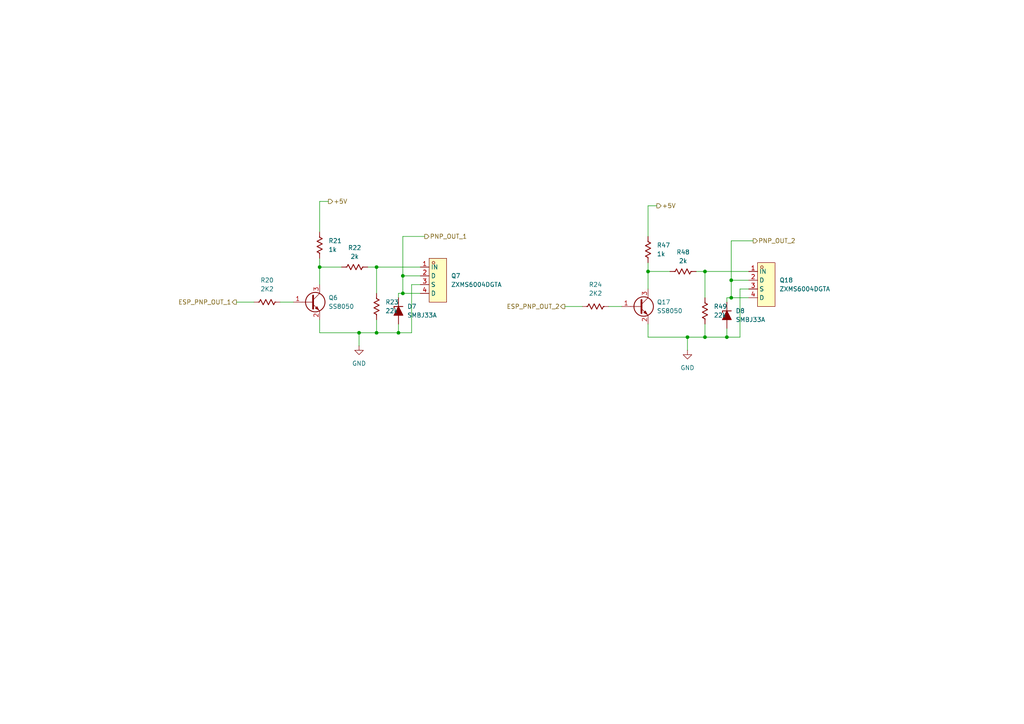
<source format=kicad_sch>
(kicad_sch (version 20250114) (generator "eeschema") (generator_version "9.0")
  (paper "A4")
  (lib_symbols
    (symbol "Fuse_Holder:ZXMS6004DGTA"
      (property "Reference" "Q" (at 0 8.89 0))
      (property "Value" "ZXMS6004DGTA" (at 0 -8.89 0))
      (symbol "ZXMS6004DGTA_0_1"
        (rectangle (start -2.54 6.35) (end 2.54 -6.35) (fill (type background)))
        (circle (center -1.27 5.08) (radius 0.38))
        (pin unspecified line (at -5.08 3.81 0) (length 2.54) (name "IN") (number "1"))
        (pin unspecified line (at -5.08 1.27 0) (length 2.54) (name "D") (number "2"))
        (pin unspecified line (at -5.08 -1.27 0) (length 2.54) (name "S") (number "3"))
        (pin unspecified line (at -5.08 -3.81 0) (length 2.54) (name "D") (number "4"))
      )
    )
    (symbol "PCM_Diode_TVS_AKL:SMBJ33A" (pin_numbers (hide yes)) (pin_names (offset 1.016) (hide yes))
      (property "Reference" "D" (at 0 5.08 0))
      (property "Value" "SMBJ33A" (at 0 2.54 0))
      (symbol "SMBJ33A_0_1"
        (polyline (pts (xy -1.27 1.27) (xy -1.27 -1.27) (xy 1.27 0) (xy -1.27 1.27)) (stroke (width 0.254)) (fill (type outline)))
        (polyline (pts (xy -1.27 0) (xy 1.27 0)))
        (polyline (pts (xy 1.27 1.27) (xy 0.762 1.27)) (stroke (width 0.254)))
        (polyline (pts (xy 1.27 -1.27) (xy 1.27 1.27)) (stroke (width 0.254)))
      )
      (symbol "SMBJ33A_0_2"
        (polyline (pts (xy -2.54 -2.54) (xy 2.54 2.54)))
        (polyline (pts (xy -0.889 -0.889) (xy -1.778 0) (xy 0.889 0.889) (xy 0 -1.778) (xy -0.889 -0.889)) (stroke (width 0.254)) (fill (type outline)))
        (polyline (pts (xy 0 1.778) (xy -0.381 1.397)) (stroke (width 0.254)))
        (polyline (pts (xy 0 1.778) (xy 1.778 0)) (stroke (width 0.254)))
      )
      (symbol "SMBJ33A_1_1"
        (pin passive line (at -3.81 0 0) (length 2.54) (name "A") (number "2"))
        (pin passive line (at 3.81 0 180) (length 2.54) (name "K") (number "1"))
      )
      (symbol "SMBJ33A_1_2"
        (pin passive line (at -2.54 -2.54 0) (length 0) (name "A") (number "2"))
        (pin passive line (at 2.54 2.54 180) (length 0) (name "K") (number "1"))
      )
    )
    (symbol "PCM_Resistor_US_AKL:R_0603" (pin_numbers (hide yes)) (pin_names (offset 0))
      (property "Reference" "R" (at 2.54 1.27 0))
      (property "Value" "R_0603" (at 2.54 -1.27 0))
      (symbol "R_0603_0_1"
        (polyline (pts (xy 0 2.286) (xy 0 2.54)) (stroke (width 0.254)))
        (polyline (pts (xy 0 2.286) (xy 0.762 1.905) (xy -0.762 1.143) (xy 0 0.762) (xy 0.762 0.381) (xy 0 0) (xy -0.762 -0.381) (xy 0 -0.762) (xy 0.762 -1.143) (xy 0 -1.524) (xy -0.762 -1.905) (xy 0 -2.286)) (stroke (width 0.254)))
        (polyline (pts (xy 0 -2.286) (xy 0 -2.54)) (stroke (width 0.254)))
      )
      (symbol "R_0603_0_2"
        (polyline (pts (xy -2.54 -2.54) (xy -1.778 -1.778)))
        (polyline (pts (xy -1.778 -1.778) (xy -1.524 -1.524)) (stroke (width 0.254)))
        (polyline (pts (xy -1.524 -1.524) (xy -1.778 -0.762) (xy -1.016 -1.016)) (stroke (width 0.254)))
        (polyline (pts (xy -0.508 -0.508) (xy -0.762 0.254) (xy 0 0)) (stroke (width 0.254)))
        (polyline (pts (xy -0.508 -0.508) (xy -0.254 -1.27) (xy -1.016 -1.016)) (stroke (width 0.254)))
        (polyline (pts (xy 0.508 0.508) (xy 0.254 1.27) (xy 1.016 1.016)) (stroke (width 0.254)))
        (polyline (pts (xy 0.508 0.508) (xy 0.762 -0.254) (xy 0 0)) (stroke (width 0.254)))
        (polyline (pts (xy 1.524 1.524) (xy 1.778 0.762) (xy 1.016 1.016)) (stroke (width 0.254)))
        (polyline (pts (xy 1.778 1.778) (xy 1.524 1.524)) (stroke (width 0.254)))
        (polyline (pts (xy 1.778 1.778) (xy 2.54 2.54)))
      )
      (symbol "R_0603_1_1"
        (pin passive line (at 0 3.81 270) (length 1.27) (name "~") (number "1"))
        (pin passive line (at 0 -3.81 90) (length 1.27) (name "~") (number "2"))
      )
      (symbol "R_0603_1_2"
        (pin passive line (at -2.54 -2.54 0) (length 0) (name "") (number "2"))
        (pin passive line (at 2.54 2.54 180) (length 0) (name "") (number "1"))
      )
    )
    (symbol "Transistor_BJT:SS8050" (pin_names (offset 0) (hide yes))
      (property "Reference" "Q" (at 5.08 1.905 0))
      (property "Value" "SS8050" (at 5.08 0 0))
      (symbol "SS8050_0_1"
        (polyline (pts (xy -2.54 0) (xy 0.635 0)))
        (polyline (pts (xy 0.635 1.905) (xy 0.635 -1.905)) (stroke (width 0.508)))
        (circle (center 1.27 0) (radius 2.8194) (stroke (width 0.254)))
      )
      (symbol "SS8050_1_1"
        (polyline (pts (xy 0.635 0.635) (xy 2.54 2.54)))
        (polyline (pts (xy 0.635 -0.635) (xy 2.54 -2.54)))
        (polyline (pts (xy 1.27 -1.778) (xy 1.778 -1.27) (xy 2.286 -2.286) (xy 1.27 -1.778)) (fill (type outline)))
        (pin input line (at -5.08 0 0) (length 2.54) (name "B") (number "1"))
        (pin passive line (at 2.54 5.08 270) (length 2.54) (name "C") (number "3"))
        (pin passive line (at 2.54 -5.08 90) (length 2.54) (name "E") (number "2"))
      )
    )
    (symbol "power:GND" (power) (pin_numbers (hide yes)) (pin_names (offset 0) (hide yes))
      (property "Value" "GND" (at 0 -3.81 0))
      (symbol "GND_0_1"
        (polyline (pts (xy 0 0) (xy 0 -1.27) (xy 1.27 -1.27) (xy 0 -2.54) (xy -1.27 -1.27) (xy 0 -1.27)))
      )
      (symbol "GND_1_1"
        (pin power_in line (at 0 0 270) (length 0) (name "~") (number "1"))
      )
    )
  )
  (junction (at 92.71 77.47))
  (junction (at 109.22 77.47))
  (junction (at 187.96 78.74))
  (junction (at 116.84 80.01))
  (junction (at 212.09 86.36))
  (junction (at 204.47 78.74))
  (junction (at 115.57 96.52))
  (junction (at 116.84 85.09))
  (junction (at 212.09 81.28))
  (junction (at 199.39 97.79))
  (junction (at 104.14 96.52))
  (junction (at 109.22 96.52))
  (junction (at 210.82 97.79))
  (junction (at 204.47 97.79))
  (wire (pts (xy 199.39 97.79) (xy 204.47 97.79)))
  (wire (pts (xy 115.57 93.98) (xy 115.57 96.52)))
  (wire (pts (xy 116.84 85.09) (xy 116.84 80.01)))
  (wire (pts (xy 92.71 92.71) (xy 92.71 96.52)))
  (wire (pts (xy 212.09 86.36) (xy 212.09 81.28)))
  (wire (pts (xy 116.84 80.01) (xy 121.92 80.01)))
  (wire (pts (xy 214.63 83.82) (xy 214.63 97.79)))
  (wire (pts (xy 210.82 87.63) (xy 210.82 86.36)))
  (wire (pts (xy 109.22 77.47) (xy 109.22 85.09)))
  (wire (pts (xy 104.14 96.52) (xy 109.22 96.52)))
  (wire (pts (xy 187.96 76.2) (xy 187.96 78.74)))
  (wire (pts (xy 92.71 96.52) (xy 104.14 96.52)))
  (wire (pts (xy 217.17 83.82) (xy 214.63 83.82)))
  (wire (pts (xy 92.71 74.93) (xy 92.71 77.47)))
  (wire (pts (xy 121.92 82.55) (xy 119.38 82.55)))
  (wire (pts (xy 217.17 86.36) (xy 212.09 86.36)))
  (wire (pts (xy 109.22 92.71) (xy 109.22 96.52)))
  (wire (pts (xy 204.47 78.74) (xy 217.17 78.74)))
  (wire (pts (xy 119.38 82.55) (xy 119.38 96.52)))
  (wire (pts (xy 187.96 97.79) (xy 199.39 97.79)))
  (wire (pts (xy 210.82 86.36) (xy 212.09 86.36)))
  (wire (pts (xy 92.71 58.42) (xy 92.71 67.31)))
  (wire (pts (xy 218.44 69.85) (xy 212.09 69.85)))
  (wire (pts (xy 199.39 97.79) (xy 199.39 101.6)))
  (wire (pts (xy 163.83 88.9) (xy 168.91 88.9)))
  (wire (pts (xy 187.96 59.69) (xy 190.5 59.69)))
  (wire (pts (xy 81.28 87.63) (xy 85.09 87.63)))
  (wire (pts (xy 214.63 97.79) (xy 210.82 97.79)))
  (wire (pts (xy 212.09 69.85) (xy 212.09 81.28)))
  (wire (pts (xy 116.84 68.58) (xy 116.84 80.01)))
  (wire (pts (xy 187.96 78.74) (xy 194.31 78.74)))
  (wire (pts (xy 204.47 93.98) (xy 204.47 97.79)))
  (wire (pts (xy 68.58 87.63) (xy 73.66 87.63)))
  (wire (pts (xy 104.14 96.52) (xy 104.14 100.33)))
  (wire (pts (xy 123.19 68.58) (xy 116.84 68.58)))
  (wire (pts (xy 187.96 78.74) (xy 187.96 83.82)))
  (wire (pts (xy 187.96 59.69) (xy 187.96 68.58)))
  (wire (pts (xy 204.47 78.74) (xy 204.47 86.36)))
  (wire (pts (xy 204.47 97.79) (xy 210.82 97.79)))
  (wire (pts (xy 121.92 85.09) (xy 116.84 85.09)))
  (wire (pts (xy 212.09 81.28) (xy 217.17 81.28)))
  (wire (pts (xy 92.71 58.42) (xy 95.25 58.42)))
  (wire (pts (xy 115.57 85.09) (xy 116.84 85.09)))
  (wire (pts (xy 109.22 96.52) (xy 115.57 96.52)))
  (wire (pts (xy 109.22 77.47) (xy 121.92 77.47)))
  (wire (pts (xy 187.96 93.98) (xy 187.96 97.79)))
  (wire (pts (xy 115.57 86.36) (xy 115.57 85.09)))
  (wire (pts (xy 106.68 77.47) (xy 109.22 77.47)))
  (wire (pts (xy 210.82 95.25) (xy 210.82 97.79)))
  (wire (pts (xy 92.71 77.47) (xy 92.71 82.55)))
  (wire (pts (xy 176.53 88.9) (xy 180.34 88.9)))
  (wire (pts (xy 119.38 96.52) (xy 115.57 96.52)))
  (wire (pts (xy 92.71 77.47) (xy 99.06 77.47)))
  (wire (pts (xy 201.93 78.74) (xy 204.47 78.74)))
  (hierarchical_label "PNP_OUT_2" (shape output) (at 218.44 69.85 0))
  (hierarchical_label "ESP_PNP_OUT_2" (shape output) (at 163.83 88.9 180))
  (hierarchical_label "+5V" (shape output) (at 95.25 58.42 0))
  (hierarchical_label "+5V" (shape output) (at 190.5 59.69 0))
  (hierarchical_label "PNP_OUT_1" (shape output) (at 123.19 68.58 0))
  (hierarchical_label "ESP_PNP_OUT_1" (shape output) (at 68.58 87.63 180))
  (symbol (lib_id "PCM_Resistor_US_AKL:R_0603") (at 204.47 90.17 180) (unit 1)
    (property "Reference" "R49" (at 207.01 88.8999 0) (effects (justify right)))
    (property "Value" "22k" (at 207.01 91.4399 0) (effects (justify right)))
    (property "Footprint" "PCM_Resistor_SMD_AKL:R_0603_1608Metric" (effects (hide yes)))
    (property "Description" "SMD 0603 Chip Resistor, US Symbol, Alternate KiCad Library" (effects (hide yes)))
  )
  (symbol (lib_id "Fuse_Holder:ZXMS6004DGTA") (at 127 81.28 0) (unit 1)
    (property "Reference" "Q7" (at 130.81 80.0099 0) (effects (justify left)))
    (property "Value" "ZXMS6004DGTA" (at 130.81 82.5499 0) (effects (justify left)))
    (property "Footprint" "Fuse_Holder:SOT-223-3_L6.5-W3.4-P2.30-LS7.0-BR" (effects (hide yes)))
    (property "Datasheet" "https://lcsc.com/product-detail/MOSFET_Diodes-Incorporated_ZXMS6004DGTA_Diodes-Incorporated-ZXMS6004DGTA_C211386.html" (effects (hide yes)))
    (property "LCSC Part" "C211386" (effects (hide yes)))
  )
  (symbol (lib_id "PCM_Diode_TVS_AKL:SMBJ33A") (at 115.57 90.17 90) (unit 1)
    (property "Reference" "D7" (at 118.11 88.8999 90) (effects (justify right)))
    (property "Value" "SMBJ33A" (at 118.11 91.4399 90) (effects (justify right)))
    (property "Footprint" "PCM_Diode_SMD_AKL:D_SMB" (effects (hide yes)))
    (property "Datasheet" "https://www.tme.eu/Document/0b6222bec7e12d83185b51d73cb6a54d/SMBJ_ser.pdf" (effects (hide yes)))
    (property "Description" "SMB Unidirectional TVS diode, 33V, 600W, Alternate KiCAD Library" (effects (hide yes)))
  )
  (symbol (lib_id "PCM_Resistor_US_AKL:R_0603") (at 102.87 77.47 90) (unit 1)
    (property "Reference" "R22" (at 102.87 71.8641 90))
    (property "Value" "2k" (at 102.87 74.4041 90))
    (property "Footprint" "PCM_Resistor_SMD_AKL:R_0603_1608Metric" (effects (hide yes)))
    (property "Description" "SMD 0603 Chip Resistor, US Symbol, Alternate KiCad Library" (effects (hide yes)))
  )
  (symbol (lib_id "PCM_Resistor_US_AKL:R_0603") (at 92.71 71.12 0) (unit 1)
    (property "Reference" "R21" (at 95.25 69.8499 0) (effects (justify left)))
    (property "Value" "1k" (at 95.25 72.3899 0) (effects (justify left)))
    (property "Footprint" "PCM_Resistor_SMD_AKL:R_0603_1608Metric" (effects (hide yes)))
    (property "Description" "SMD 0603 Chip Resistor, US Symbol, Alternate KiCad Library" (effects (hide yes)))
  )
  (symbol (lib_id "Fuse_Holder:ZXMS6004DGTA") (at 222.25 82.55 0) (unit 1)
    (property "Reference" "Q18" (at 226.06 81.2799 0) (effects (justify left)))
    (property "Value" "ZXMS6004DGTA" (at 226.06 83.8199 0) (effects (justify left)))
    (property "Footprint" "Fuse_Holder:SOT-223-3_L6.5-W3.4-P2.30-LS7.0-BR" (effects (hide yes)))
    (property "Datasheet" "https://lcsc.com/product-detail/MOSFET_Diodes-Incorporated_ZXMS6004DGTA_Diodes-Incorporated-ZXMS6004DGTA_C211386.html" (effects (hide yes)))
    (property "LCSC Part" "C211386" (effects (hide yes)))
  )
  (symbol (lib_id "Transistor_BJT:SS8050") (at 185.42 88.9 0) (unit 1)
    (property "Reference" "Q17" (at 190.5 87.6299 0) (effects (justify left)))
    (property "Value" "SS8050" (at 190.5 90.1699 0) (effects (justify left)))
    (property "Footprint" "Package_TO_SOT_SMD:SOT-23" (effects (hide yes)))
    (property "Datasheet" "http://www.secosgmbh.com/datasheet/products/SSMPTransistor/SOT-23/SS8050.pdf" (effects (hide yes)))
    (property "Description" "General Purpose NPN Transistor, 1.5A Ic, 25V Vce, SOT-23" (effects (hide yes)))
  )
  (symbol (lib_id "PCM_Resistor_US_AKL:R_0603") (at 109.22 88.9 180) (unit 1)
    (property "Reference" "R23" (at 111.76 87.6299 0) (effects (justify right)))
    (property "Value" "22k" (at 111.76 90.1699 0) (effects (justify right)))
    (property "Footprint" "PCM_Resistor_SMD_AKL:R_0603_1608Metric" (effects (hide yes)))
    (property "Description" "SMD 0603 Chip Resistor, US Symbol, Alternate KiCad Library" (effects (hide yes)))
  )
  (symbol (lib_id "PCM_Resistor_US_AKL:R_0603") (at 187.96 72.39 0) (unit 1)
    (property "Reference" "R47" (at 190.5 71.1199 0) (effects (justify left)))
    (property "Value" "1k" (at 190.5 73.6599 0) (effects (justify left)))
    (property "Footprint" "PCM_Resistor_SMD_AKL:R_0603_1608Metric" (effects (hide yes)))
    (property "Description" "SMD 0603 Chip Resistor, US Symbol, Alternate KiCad Library" (effects (hide yes)))
  )
  (symbol (lib_id "PCM_Resistor_US_AKL:R_0603") (at 77.47 87.63 90) (unit 1)
    (property "Reference" "R20" (at 77.47 81.28 90))
    (property "Value" "2K2" (at 77.47 83.82 90))
    (property "Footprint" "PCM_Resistor_SMD_AKL:R_0603_1608Metric" (effects (hide yes)))
    (property "Description" "SMD 0603 Chip Resistor, US Symbol, Alternate KiCad Library" (effects (hide yes)))
  )
  (symbol (lib_id "PCM_Resistor_US_AKL:R_0603") (at 172.72 88.9 90) (unit 1)
    (property "Reference" "R24" (at 172.72 82.55 90))
    (property "Value" "2K2" (at 172.72 85.09 90))
    (property "Footprint" "PCM_Resistor_SMD_AKL:R_0603_1608Metric" (effects (hide yes)))
    (property "Description" "SMD 0603 Chip Resistor, US Symbol, Alternate KiCad Library" (effects (hide yes)))
  )
  (symbol (lib_id "power:GND") (at 199.39 101.6 0) (unit 1)
    (property "Reference" "#PWR051" (effects (hide yes)))
    (property "Value" "GND" (at 199.39 106.68 0))
    (property "Description" "Power symbol creates a global label with name \"GND\" , ground" (effects (hide yes)))
  )
  (symbol (lib_id "PCM_Resistor_US_AKL:R_0603") (at 198.12 78.74 90) (unit 1)
    (property "Reference" "R48" (at 198.12 73.1341 90))
    (property "Value" "2k" (at 198.12 75.6741 90))
    (property "Footprint" "PCM_Resistor_SMD_AKL:R_0603_1608Metric" (effects (hide yes)))
    (property "Description" "SMD 0603 Chip Resistor, US Symbol, Alternate KiCad Library" (effects (hide yes)))
  )
  (symbol (lib_id "PCM_Diode_TVS_AKL:SMBJ33A") (at 210.82 91.44 90) (unit 1)
    (property "Reference" "D8" (at 213.36 90.1699 90) (effects (justify right)))
    (property "Value" "SMBJ33A" (at 213.36 92.7099 90) (effects (justify right)))
    (property "Footprint" "PCM_Diode_SMD_AKL:D_SMB" (effects (hide yes)))
    (property "Datasheet" "https://www.tme.eu/Document/0b6222bec7e12d83185b51d73cb6a54d/SMBJ_ser.pdf" (effects (hide yes)))
    (property "Description" "SMB Unidirectional TVS diode, 33V, 600W, Alternate KiCAD Library" (effects (hide yes)))
  )
  (symbol (lib_id "power:GND") (at 104.14 100.33 0) (unit 1)
    (property "Reference" "#PWR043" (effects (hide yes)))
    (property "Value" "GND" (at 104.14 105.41 0))
    (property "Description" "Power symbol creates a global label with name \"GND\" , ground" (effects (hide yes)))
  )
  (symbol (lib_id "Transistor_BJT:SS8050") (at 90.17 87.63 0) (unit 1)
    (property "Reference" "Q6" (at 95.25 86.3599 0) (effects (justify left)))
    (property "Value" "SS8050" (at 95.25 88.8999 0) (effects (justify left)))
    (property "Footprint" "Package_TO_SOT_SMD:SOT-23" (effects (hide yes)))
    (property "Datasheet" "http://www.secosgmbh.com/datasheet/products/SSMPTransistor/SOT-23/SS8050.pdf" (effects (hide yes)))
    (property "Description" "General Purpose NPN Transistor, 1.5A Ic, 25V Vce, SOT-23" (effects (hide yes)))
  )
)
</source>
